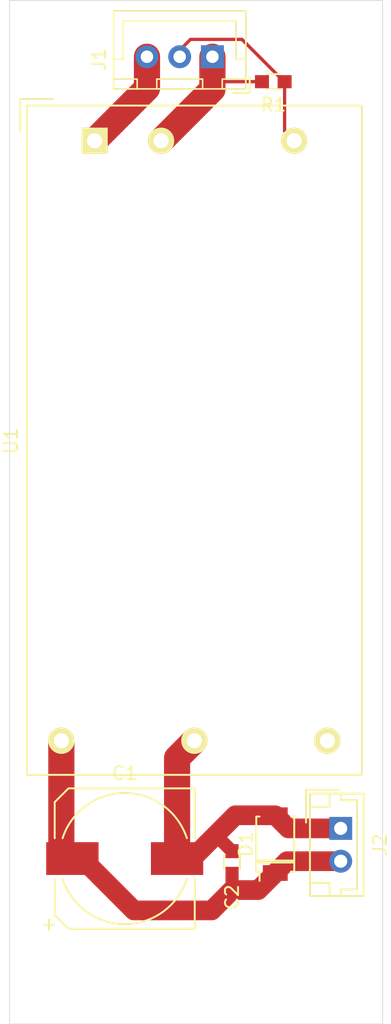
<source format=kicad_pcb>
(kicad_pcb (version 20190331) (host pcbnew "5.1.0-unknown-r15497-3aaba79b")

  (general
    (thickness 1.6)
    (drawings 4)
    (tracks 34)
    (modules 11)
    (nets 7)
  )

  (page "A4")
  (layers
    (0 "F.Cu" signal)
    (31 "B.Cu" signal)
    (32 "B.Adhes" user)
    (33 "F.Adhes" user)
    (34 "B.Paste" user)
    (35 "F.Paste" user)
    (36 "B.SilkS" user)
    (37 "F.SilkS" user)
    (38 "B.Mask" user)
    (39 "F.Mask" user)
    (40 "Dwgs.User" user)
    (41 "Cmts.User" user)
    (42 "Eco1.User" user)
    (43 "Eco2.User" user)
    (44 "Edge.Cuts" user)
    (45 "Margin" user)
    (46 "B.CrtYd" user)
    (47 "F.CrtYd" user)
    (48 "B.Fab" user)
    (49 "F.Fab" user)
  )

  (setup
    (last_trace_width 0.25)
    (user_trace_width 1)
    (user_trace_width 1.5)
    (user_trace_width 2)
    (trace_clearance 0.2)
    (zone_clearance 0.508)
    (zone_45_only no)
    (trace_min 0.2)
    (via_size 0.8)
    (via_drill 0.4)
    (via_min_size 0.4)
    (via_min_drill 0.3)
    (uvia_size 0.3)
    (uvia_drill 0.1)
    (uvias_allowed no)
    (uvia_min_size 0.2)
    (uvia_min_drill 0.1)
    (edge_width 0.05)
    (segment_width 0.2)
    (pcb_text_width 0.3)
    (pcb_text_size 1.5 1.5)
    (mod_edge_width 0.12)
    (mod_text_size 1 1)
    (mod_text_width 0.15)
    (pad_size 1.524 1.524)
    (pad_drill 0.762)
    (pad_to_mask_clearance 0.051)
    (solder_mask_min_width 0.25)
    (aux_axis_origin 0 0)
    (visible_elements FFFFFF7F)
    (pcbplotparams
      (layerselection 0x010fc_ffffffff)
      (usegerberextensions false)
      (usegerberattributes false)
      (usegerberadvancedattributes false)
      (creategerberjobfile false)
      (excludeedgelayer true)
      (linewidth 0.100000)
      (plotframeref false)
      (viasonmask false)
      (mode 1)
      (useauxorigin false)
      (hpglpennumber 1)
      (hpglpenspeed 20)
      (hpglpendiameter 15.000000)
      (psnegative false)
      (psa4output false)
      (plotreference true)
      (plotvalue true)
      (plotinvisibletext false)
      (padsonsilk false)
      (subtractmaskfromsilk false)
      (outputformat 1)
      (mirror false)
      (drillshape 1)
      (scaleselection 1)
      (outputdirectory ""))
  )

  (net 0 "")
  (net 1 "Net-(C1-Pad2)")
  (net 2 "Net-(C1-Pad1)")
  (net 3 "Net-(J1-Pad3)")
  (net 4 "Net-(J1-Pad2)")
  (net 5 "Net-(J1-Pad1)")
  (net 6 "Net-(U1-Pad6)")

  (net_class "Default" "This is the default net class."
    (clearance 0.2)
    (trace_width 0.25)
    (via_dia 0.8)
    (via_drill 0.4)
    (uvia_dia 0.3)
    (uvia_drill 0.1)
    (add_net "Net-(C1-Pad1)")
    (add_net "Net-(C1-Pad2)")
    (add_net "Net-(J1-Pad1)")
    (add_net "Net-(J1-Pad2)")
    (add_net "Net-(J1-Pad3)")
    (add_net "Net-(U1-Pad6)")
  )

  (module "traco_power:TEN_30-xxxx" (layer "F.Cu") (tedit 586680E6) (tstamp 5D0E3EFB)
    (at 90.5 79.2)
    (path "/5D0E4F91")
    (fp_text reference "U1" (at 6.62 22.86 90) (layer "F.Fab")
      (effects (font (size 1 1) (thickness 0.15)))
    )
    (fp_text value "TEN_30-4812WIN" (at 8.62 22.86 90) (layer "F.Fab")
      (effects (font (size 1 1) (thickness 0.15)))
    )
    (fp_line (start -5.08 -2.58) (end 20.32 -2.58) (layer "F.Fab") (width 0.05))
    (fp_line (start 20.32 -2.58) (end 20.32 48.22) (layer "F.Fab") (width 0.05))
    (fp_line (start 20.32 48.22) (end -5.08 48.22) (layer "F.Fab") (width 0.05))
    (fp_line (start -5.08 48.22) (end -5.08 -2.58) (layer "F.Fab") (width 0.05))
    (fp_line (start -5.18 -2.68) (end 20.42 -2.68) (layer "F.SilkS") (width 0.15))
    (fp_line (start 20.42 -2.68) (end 20.42 48.32) (layer "F.SilkS") (width 0.15))
    (fp_line (start 20.42 48.32) (end -5.18 48.32) (layer "F.SilkS") (width 0.15))
    (fp_line (start -5.18 48.32) (end -5.18 -2.68) (layer "F.SilkS") (width 0.15))
    (fp_text user "%R" (at -6.38 22.86 90) (layer "F.SilkS")
      (effects (font (size 1 1) (thickness 0.15)))
    )
    (fp_line (start -3.18 -3.18) (end -5.68 -3.18) (layer "F.Fab") (width 0.05))
    (fp_line (start -5.68 -3.18) (end -5.68 -0.68) (layer "F.Fab") (width 0.05))
    (fp_line (start -3.18 -3.18) (end -5.68 -3.18) (layer "F.SilkS") (width 0.15))
    (fp_line (start -5.68 -3.18) (end -5.68 -0.68) (layer "F.SilkS") (width 0.15))
    (fp_line (start -5.75 -3.25) (end 21 -3.25) (layer "F.CrtYd") (width 0.05))
    (fp_line (start 21 -3.25) (end 21 49) (layer "F.CrtYd") (width 0.05))
    (fp_line (start 21 49) (end -5.75 49) (layer "F.CrtYd") (width 0.05))
    (fp_line (start -5.75 49) (end -5.75 -3.25) (layer "F.CrtYd") (width 0.05))
    (pad "6" thru_hole circle (at 17.78 45.72) (size 2 2) (drill 1.15) (layers *.Cu *.Mask "F.SilkS")
      (net 6 "Net-(U1-Pad6)"))
    (pad "5" thru_hole circle (at 7.62 45.72) (size 2 2) (drill 1.15) (layers *.Cu *.Mask "F.SilkS")
      (net 1 "Net-(C1-Pad2)"))
    (pad "4" thru_hole circle (at -2.54 45.72) (size 2 2) (drill 1.15) (layers *.Cu *.Mask "F.SilkS")
      (net 2 "Net-(C1-Pad1)"))
    (pad "3" thru_hole circle (at 15.24 0) (size 2 2) (drill 1.15) (layers *.Cu *.Mask "F.SilkS")
      (net 4 "Net-(J1-Pad2)"))
    (pad "2" thru_hole circle (at 5.08 0) (size 2 2) (drill 1.15) (layers *.Cu *.Mask "F.SilkS")
      (net 5 "Net-(J1-Pad1)"))
    (pad "1" thru_hole rect (at 0 0) (size 2 2) (drill 1.15) (layers *.Cu *.Mask "F.SilkS")
      (net 3 "Net-(J1-Pad3)"))
    (model "${KISYS3DMOD}/traco_power.3dshapes/TEN_30-xxxx.wrl"
      (at (xyz 0 0 0))
      (scale (xyz 1 1 1))
      (rotate (xyz 0 0 0))
    )
  )

  (module "MountingHole:MountingHole_3.2mm_M3" locked (layer "F.Cu") (tedit 56D1B4CB) (tstamp 5D0E99DE)
    (at 87.5 143)
    (descr "Mounting Hole 3.2mm, no annular, M3")
    (tags "mounting hole 3.2mm no annular m3")
    (attr virtual)
    (fp_text reference "REF**" (at 0 -4.2) (layer "F.SilkS") hide
      (effects (font (size 1 1) (thickness 0.15)))
    )
    (fp_text value "MountingHole_3.2mm_M3" (at 0 4.2) (layer "F.Fab") hide
      (effects (font (size 1 1) (thickness 0.15)))
    )
    (fp_circle (center 0 0) (end 3.45 0) (layer "F.CrtYd") (width 0.05))
    (fp_circle (center 0 0) (end 3.2 0) (layer "Cmts.User") (width 0.15))
    (fp_text user "%R" (at 0.3 0) (layer "F.Fab")
      (effects (font (size 1 1) (thickness 0.15)))
    )
    (pad "1" np_thru_hole circle (at 0 0) (size 3.2 3.2) (drill 3.2) (layers *.Cu *.Mask))
  )

  (module "MountingHole:MountingHole_3.2mm_M3" locked (layer "F.Cu") (tedit 56D1B4CB) (tstamp 5D0E96D1)
    (at 109 143)
    (descr "Mounting Hole 3.2mm, no annular, M3")
    (tags "mounting hole 3.2mm no annular m3")
    (attr virtual)
    (fp_text reference "REF**" (at 0 -4.2) (layer "F.SilkS") hide
      (effects (font (size 1 1) (thickness 0.15)))
    )
    (fp_text value "MountingHole_3.2mm_M3" (at 0 4.2) (layer "F.Fab") hide
      (effects (font (size 1 1) (thickness 0.15)))
    )
    (fp_text user "%R" (at 0.3 0) (layer "F.Fab")
      (effects (font (size 1 1) (thickness 0.15)))
    )
    (fp_circle (center 0 0) (end 3.2 0) (layer "Cmts.User") (width 0.15))
    (fp_circle (center 0 0) (end 3.45 0) (layer "F.CrtYd") (width 0.05))
    (pad "1" np_thru_hole circle (at 0 0) (size 3.2 3.2) (drill 3.2) (layers *.Cu *.Mask))
  )

  (module "MountingHole:MountingHole_3.2mm_M3" locked (layer "F.Cu") (tedit 56D1B4CB) (tstamp 5D0E969C)
    (at 88 72)
    (descr "Mounting Hole 3.2mm, no annular, M3")
    (tags "mounting hole 3.2mm no annular m3")
    (attr virtual)
    (fp_text reference "REF**" (at 0 -4.2) (layer "F.SilkS") hide
      (effects (font (size 1 1) (thickness 0.15)))
    )
    (fp_text value "MountingHole_3.2mm_M3" (at 0 4.2) (layer "F.Fab") hide
      (effects (font (size 1 1) (thickness 0.15)))
    )
    (fp_text user "%R" (at 0.3 0) (layer "F.Fab")
      (effects (font (size 1 1) (thickness 0.15)))
    )
    (fp_circle (center 0 0) (end 3.2 0) (layer "Cmts.User") (width 0.15))
    (fp_circle (center 0 0) (end 3.45 0) (layer "F.CrtYd") (width 0.05))
    (pad "1" np_thru_hole circle (at 0 0) (size 3.2 3.2) (drill 3.2) (layers *.Cu *.Mask))
  )

  (module "MountingHole:MountingHole_3.2mm_M3" locked (layer "F.Cu") (tedit 56D1B4CB) (tstamp 5D0E9693)
    (at 109 72)
    (descr "Mounting Hole 3.2mm, no annular, M3")
    (tags "mounting hole 3.2mm no annular m3")
    (attr virtual)
    (fp_text reference "REF**" (at 0 -4.2) (layer "F.SilkS") hide
      (effects (font (size 1 1) (thickness 0.15)))
    )
    (fp_text value "MountingHole_3.2mm_M3" (at 0 4.2) (layer "F.Fab") hide
      (effects (font (size 1 1) (thickness 0.15)))
    )
    (fp_circle (center 0 0) (end 3.45 0) (layer "F.CrtYd") (width 0.05))
    (fp_circle (center 0 0) (end 3.2 0) (layer "Cmts.User") (width 0.15))
    (fp_text user "%R" (at 0.3 0) (layer "F.Fab")
      (effects (font (size 1 1) (thickness 0.15)))
    )
    (pad "1" np_thru_hole circle (at 0 0) (size 3.2 3.2) (drill 3.2) (layers *.Cu *.Mask))
  )

  (module "tera_rlc:R_0603in" (layer "F.Cu") (tedit 57D01065) (tstamp 5D0E3EE0)
    (at 104.15 74.7 180)
    (descr "Resistor SMD 0603")
    (tags "resistor 0603")
    (path "/5D0E70E0")
    (attr smd)
    (fp_text reference "R1" (at 0 0) (layer "F.Fab")
      (effects (font (size 0.6 0.6) (thickness 0.1)))
    )
    (fp_text value "10k" (at 0 1.5) (layer "F.Fab")
      (effects (font (size 0.6 0.6) (thickness 0.1)))
    )
    (fp_line (start -0.5 -0.575) (end 0.5 -0.575) (layer "F.SilkS") (width 0.15))
    (fp_line (start 0.5 0.575) (end -0.5 0.575) (layer "F.SilkS") (width 0.15))
    (fp_line (start 1.5 -1) (end 1.5 1) (layer "F.CrtYd") (width 0.05))
    (fp_line (start -1.5 -1) (end -1.5 1) (layer "F.CrtYd") (width 0.05))
    (fp_line (start -1.5 1) (end 1.5 1) (layer "F.CrtYd") (width 0.05))
    (fp_line (start -1.5 -1) (end 1.5 -1) (layer "F.CrtYd") (width 0.05))
    (fp_line (start -0.85 -0.475) (end 0.85 -0.475) (layer "F.Fab") (width 0.05))
    (fp_line (start 0.85 -0.475) (end 0.85 0.475) (layer "F.Fab") (width 0.05))
    (fp_line (start 0.85 0.475) (end -0.85 0.475) (layer "F.Fab") (width 0.05))
    (fp_line (start -0.85 0.475) (end -0.85 -0.475) (layer "F.Fab") (width 0.05))
    (fp_text user "%R" (at 0 -1.75) (layer "F.SilkS")
      (effects (font (size 1 1) (thickness 0.15)))
    )
    (pad "2" smd rect (at 0.865 0 180) (size 1.07 1) (layers "F.Cu" "F.Paste" "F.Mask")
      (net 5 "Net-(J1-Pad1)"))
    (pad "1" smd rect (at -0.865 0 180) (size 1.07 1) (layers "F.Cu" "F.Paste" "F.Mask")
      (net 4 "Net-(J1-Pad2)"))
    (model "tera_rlc.3dshapes/R_0603in.wrl"
      (at (xyz 0 0 0))
      (scale (xyz 1 1 1))
      (rotate (xyz 0 0 0))
    )
  )

  (module "tera_Connectors_JST:JST_EH_B02B-EH-A_02x2.50mm_Straight" (layer "F.Cu") (tedit 592DB415) (tstamp 5D0E3ECF)
    (at 109.3 131.6 270)
    (descr "JST EH series connector, B02B-EH-A, 2.50mm pitch, top entry")
    (tags "connector jst eh top vertical straight")
    (path "/5D0E83DB")
    (fp_text reference "J2" (at 1.25 -0.5 90) (layer "F.Fab")
      (effects (font (size 1 1) (thickness 0.15)))
    )
    (fp_text value "Conn_01x02" (at 1.25 1.5 90) (layer "F.Fab")
      (effects (font (size 0.6 0.6) (thickness 0.1)))
    )
    (fp_line (start 5.65 -2.25) (end -3.15 -2.25) (layer "F.CrtYd") (width 0.05))
    (fp_line (start 5.65 2.85) (end 5.65 -2.25) (layer "F.CrtYd") (width 0.05))
    (fp_line (start -3.15 2.85) (end 5.65 2.85) (layer "F.CrtYd") (width 0.05))
    (fp_line (start -3.15 -2.25) (end -3.15 2.85) (layer "F.CrtYd") (width 0.05))
    (fp_line (start -2.95 2.65) (end -0.45 2.65) (layer "F.Fab") (width 0.05))
    (fp_line (start -2.95 0.15) (end -2.95 2.65) (layer "F.Fab") (width 0.05))
    (fp_line (start -2.95 2.65) (end -0.45 2.65) (layer "F.SilkS") (width 0.15))
    (fp_line (start -2.95 0.15) (end -2.95 2.65) (layer "F.SilkS") (width 0.15))
    (fp_line (start 4.15 0.85) (end 4.15 2.35) (layer "F.SilkS") (width 0.15))
    (fp_line (start 5.15 0.85) (end 4.15 0.85) (layer "F.SilkS") (width 0.15))
    (fp_line (start -1.65 0.85) (end -1.65 2.35) (layer "F.SilkS") (width 0.15))
    (fp_line (start -2.65 0.85) (end -1.65 0.85) (layer "F.SilkS") (width 0.15))
    (fp_line (start 4.65 0) (end 5.15 0) (layer "F.SilkS") (width 0.15))
    (fp_line (start 4.65 -1.25) (end 4.65 0) (layer "F.SilkS") (width 0.15))
    (fp_line (start -2.15 -1.25) (end 4.65 -1.25) (layer "F.SilkS") (width 0.15))
    (fp_line (start -2.15 0) (end -2.15 -1.25) (layer "F.SilkS") (width 0.15))
    (fp_line (start -2.65 0) (end -2.15 0) (layer "F.SilkS") (width 0.15))
    (fp_line (start 5.15 -1.75) (end -2.65 -1.75) (layer "F.SilkS") (width 0.15))
    (fp_line (start 5.15 2.35) (end 5.15 -1.75) (layer "F.SilkS") (width 0.15))
    (fp_line (start -2.65 2.35) (end 5.15 2.35) (layer "F.SilkS") (width 0.15))
    (fp_line (start -2.65 -1.75) (end -2.65 2.35) (layer "F.SilkS") (width 0.15))
    (fp_line (start 5 -1.6) (end -2.5 -1.6) (layer "F.Fab") (width 0.05))
    (fp_line (start 5 2.2) (end 5 -1.6) (layer "F.Fab") (width 0.05))
    (fp_line (start -2.5 2.2) (end 5 2.2) (layer "F.Fab") (width 0.05))
    (fp_line (start -2.5 -1.6) (end -2.5 2.2) (layer "F.Fab") (width 0.05))
    (fp_text user "%R" (at 1.25 -3 90) (layer "F.SilkS")
      (effects (font (size 1 1) (thickness 0.15)))
    )
    (pad "2" thru_hole circle (at 2.5 0 270) (size 1.75 1.75) (drill 1) (layers *.Cu *.Mask)
      (net 2 "Net-(C1-Pad1)"))
    (pad "1" thru_hole rect (at 0 0 270) (size 1.75 1.75) (drill 1) (layers *.Cu *.Mask)
      (net 1 "Net-(C1-Pad2)"))
    (model "${KISYS3DMOD}/tera_Connectors_JST.3dshapes/JST_EH_B02B-EH-A_02x2.50mm_Straight.wrl"
      (at (xyz 0 0 0))
      (scale (xyz 1 1 1))
      (rotate (xyz 0 0 0))
    )
  )

  (module "tera_Connectors_JST:JST_XH_B03B-XH-A_03x2.50mm_Straight" (layer "F.Cu") (tedit 592DB4DB) (tstamp 5D0E3EAF)
    (at 99.5 72.8 180)
    (descr "JST XH series connector, B03B-XH-A, top entry type, through hole")
    (tags "connector jst xh tht top vertical 2.50mm")
    (path "/5D0E5D1E")
    (fp_text reference "J1" (at 2.5 -1.5) (layer "F.Fab")
      (effects (font (size 1 1) (thickness 0.15)))
    )
    (fp_text value "Conn_01x03" (at 2.5 2) (layer "F.Fab")
      (effects (font (size 0.6 0.6) (thickness 0.1)))
    )
    (fp_text user "%R" (at 8.65 -0.2 90) (layer "F.SilkS")
      (effects (font (size 1 1) (thickness 0.15)))
    )
    (fp_line (start -2.85 -2.75) (end -2.85 -1.5) (layer "F.SilkS") (width 0.15))
    (fp_line (start -1.6 -2.75) (end -2.85 -2.75) (layer "F.SilkS") (width 0.15))
    (fp_line (start 6.8 2.75) (end 2.5 2.75) (layer "F.SilkS") (width 0.12))
    (fp_line (start 6.8 -0.2) (end 6.8 2.75) (layer "F.SilkS") (width 0.12))
    (fp_line (start 7.55 -0.2) (end 6.8 -0.2) (layer "F.SilkS") (width 0.12))
    (fp_line (start -1.8 2.75) (end 2.5 2.75) (layer "F.SilkS") (width 0.12))
    (fp_line (start -1.8 -0.2) (end -1.8 2.75) (layer "F.SilkS") (width 0.12))
    (fp_line (start -2.55 -0.2) (end -1.8 -0.2) (layer "F.SilkS") (width 0.12))
    (fp_line (start 7.55 -2.45) (end 5.75 -2.45) (layer "F.SilkS") (width 0.12))
    (fp_line (start 7.55 -1.7) (end 7.55 -2.45) (layer "F.SilkS") (width 0.12))
    (fp_line (start 5.75 -1.7) (end 7.55 -1.7) (layer "F.SilkS") (width 0.12))
    (fp_line (start 5.75 -2.45) (end 5.75 -1.7) (layer "F.SilkS") (width 0.12))
    (fp_line (start -0.75 -2.45) (end -2.55 -2.45) (layer "F.SilkS") (width 0.12))
    (fp_line (start -0.75 -1.7) (end -0.75 -2.45) (layer "F.SilkS") (width 0.12))
    (fp_line (start -2.55 -1.7) (end -0.75 -1.7) (layer "F.SilkS") (width 0.12))
    (fp_line (start -2.55 -2.45) (end -2.55 -1.7) (layer "F.SilkS") (width 0.12))
    (fp_line (start 4.25 -2.45) (end 0.75 -2.45) (layer "F.SilkS") (width 0.12))
    (fp_line (start 4.25 -1.7) (end 4.25 -2.45) (layer "F.SilkS") (width 0.12))
    (fp_line (start 0.75 -1.7) (end 4.25 -1.7) (layer "F.SilkS") (width 0.12))
    (fp_line (start 0.75 -2.45) (end 0.75 -1.7) (layer "F.SilkS") (width 0.12))
    (fp_line (start 0 -1.35) (end 0.625 -2.35) (layer "F.Fab") (width 0.05))
    (fp_line (start -0.625 -2.35) (end 0 -1.35) (layer "F.Fab") (width 0.05))
    (fp_line (start 7.55 -2.45) (end -2.55 -2.45) (layer "F.SilkS") (width 0.12))
    (fp_line (start 7.55 3.5) (end 7.55 -2.45) (layer "F.SilkS") (width 0.12))
    (fp_line (start -2.55 3.5) (end 7.55 3.5) (layer "F.SilkS") (width 0.12))
    (fp_line (start -2.55 -2.45) (end -2.55 3.5) (layer "F.SilkS") (width 0.12))
    (fp_line (start 7.95 -2.85) (end -2.95 -2.85) (layer "F.CrtYd") (width 0.05))
    (fp_line (start 7.95 3.9) (end 7.95 -2.85) (layer "F.CrtYd") (width 0.05))
    (fp_line (start -2.95 3.9) (end 7.95 3.9) (layer "F.CrtYd") (width 0.05))
    (fp_line (start -2.95 -2.85) (end -2.95 3.9) (layer "F.CrtYd") (width 0.05))
    (fp_line (start 7.45 -2.35) (end -2.45 -2.35) (layer "F.Fab") (width 0.05))
    (fp_line (start 7.45 3.4) (end 7.45 -2.35) (layer "F.Fab") (width 0.05))
    (fp_line (start -2.45 3.4) (end 7.45 3.4) (layer "F.Fab") (width 0.05))
    (fp_line (start -2.45 -2.35) (end -2.45 3.4) (layer "F.Fab") (width 0.05))
    (pad "3" thru_hole circle (at 5 0 180) (size 1.75 1.75) (drill 0.95) (layers *.Cu *.Mask)
      (net 3 "Net-(J1-Pad3)"))
    (pad "2" thru_hole circle (at 2.5 0 180) (size 1.75 1.75) (drill 0.95) (layers *.Cu *.Mask)
      (net 4 "Net-(J1-Pad2)"))
    (pad "1" thru_hole rect (at 0 0 180) (size 1.75 1.75) (drill 0.95) (layers *.Cu *.Mask)
      (net 5 "Net-(J1-Pad1)"))
    (model "${KISYS3DMOD}/tera_Connectors_JST.3dshapes/JST_XH_B03B-XH-A_03x2.50mm_Straight.wrl"
      (at (xyz 0 0 0))
      (scale (xyz 1 1 1))
      (rotate (xyz 0 0 0))
    )
  )

  (module "tera_diodes:SOD128" (layer "F.Cu") (tedit 57ED40D7) (tstamp 5D0E3E85)
    (at 104.3 132.8 90)
    (path "/5D0EB86F")
    (fp_text reference "D1" (at 0.25 0 90) (layer "F.Fab")
      (effects (font (size 0.8 0.8) (thickness 0.13)))
    )
    (fp_text value "14V" (at 0 2.25 90) (layer "F.Fab")
      (effects (font (size 1 1) (thickness 0.15)))
    )
    (fp_line (start -1.4 -1.45) (end -1.4 1.45) (layer "F.SilkS") (width 0.15))
    (fp_line (start -2.8 -1.2) (end -2.1 -1.2) (layer "F.SilkS") (width 0.15))
    (fp_line (start -2 -1.35) (end 2 -1.35) (layer "F.Fab") (width 0.05))
    (fp_line (start 2 -1.35) (end 2 1.35) (layer "F.Fab") (width 0.05))
    (fp_line (start 2 1.35) (end -2 1.35) (layer "F.Fab") (width 0.05))
    (fp_line (start -2 1.35) (end -2 -1.35) (layer "F.Fab") (width 0.05))
    (fp_line (start -1.35 -1.35) (end -1.35 1.35) (layer "F.Fab") (width 0.05))
    (fp_line (start -2.1 -1.45) (end 2.1 -1.45) (layer "F.SilkS") (width 0.15))
    (fp_line (start 2.1 -1.45) (end 2.1 -1.2) (layer "F.SilkS") (width 0.15))
    (fp_line (start 2.1 1.2) (end 2.1 1.45) (layer "F.SilkS") (width 0.15))
    (fp_line (start 2.1 1.45) (end -2.1 1.45) (layer "F.SilkS") (width 0.15))
    (fp_line (start -2.1 1.45) (end -2.1 1.2) (layer "F.SilkS") (width 0.15))
    (fp_line (start -2.1 -1.2) (end -2.1 -1.45) (layer "F.SilkS") (width 0.15))
    (fp_line (start -1.25 -1.45) (end -1.25 1.45) (layer "F.SilkS") (width 0.15))
    (fp_line (start -3 -1.75) (end 3 -1.75) (layer "F.CrtYd") (width 0.05))
    (fp_line (start 3 -1.75) (end 3 1.75) (layer "F.CrtYd") (width 0.05))
    (fp_line (start 3 1.75) (end -3 1.75) (layer "F.CrtYd") (width 0.05))
    (fp_line (start -3 1.75) (end -3 -1.75) (layer "F.CrtYd") (width 0.05))
    (fp_text user "%R" (at 0 -2.25 90) (layer "F.SilkS")
      (effects (font (size 1 1) (thickness 0.15)))
    )
    (pad "2" smd rect (at 2.2 0 90) (size 1.2 1.9) (layers "F.Cu" "F.Paste" "F.Mask")
      (net 1 "Net-(C1-Pad2)"))
    (pad "1" smd rect (at -2.2 0 90) (size 1.2 1.9) (layers "F.Cu" "F.Paste" "F.Mask")
      (net 2 "Net-(C1-Pad1)"))
  )

  (module "tera_rlc:C_0603in" (layer "F.Cu") (tedit 57D0104E) (tstamp 5D0E4045)
    (at 101 134.2 90)
    (descr "Capacitor SMD 0603")
    (tags "capacitor 0603")
    (path "/5D0EC9ED")
    (attr smd)
    (fp_text reference "C2" (at 0 0 90) (layer "F.Fab")
      (effects (font (size 0.6 0.6) (thickness 0.1)))
    )
    (fp_text value "100n" (at 0 1.5 90) (layer "F.Fab")
      (effects (font (size 0.6 0.6) (thickness 0.1)))
    )
    (fp_line (start -0.5 -0.6) (end 0.5 -0.6) (layer "F.SilkS") (width 0.15))
    (fp_line (start 0.5 0.6) (end -0.5 0.6) (layer "F.SilkS") (width 0.15))
    (fp_line (start 1.5 -1) (end 1.5 1) (layer "F.CrtYd") (width 0.05))
    (fp_line (start -1.5 -1) (end -1.5 1) (layer "F.CrtYd") (width 0.05))
    (fp_line (start -1.5 1) (end 1.5 1) (layer "F.CrtYd") (width 0.05))
    (fp_line (start -1.5 -1) (end 1.5 -1) (layer "F.CrtYd") (width 0.05))
    (fp_line (start -1.025 -0.5) (end 1.025 -0.5) (layer "F.Fab") (width 0.05))
    (fp_line (start 1.025 -0.5) (end 1.025 0.5) (layer "F.Fab") (width 0.05))
    (fp_line (start 1.025 0.5) (end -1.025 0.5) (layer "F.Fab") (width 0.05))
    (fp_line (start -1.025 0.5) (end -1.025 -0.5) (layer "F.Fab") (width 0.05))
    (fp_text user "%R" (at -2.65 0 90) (layer "F.SilkS")
      (effects (font (size 1 1) (thickness 0.15)))
    )
    (pad "2" smd rect (at 0.865 0 90) (size 1.07 1) (layers "F.Cu" "F.Paste" "F.Mask")
      (net 1 "Net-(C1-Pad2)"))
    (pad "1" smd rect (at -0.865 0 90) (size 1.07 1) (layers "F.Cu" "F.Paste" "F.Mask")
      (net 2 "Net-(C1-Pad1)"))
    (model "tera_rlc.3dshapes/C_0603in.wrl"
      (at (xyz 0 0 0))
      (scale (xyz 1 1 1))
      (rotate (xyz 0 0 0))
    )
  )

  (module "tera_rlc:c_elec_10x10mm" (layer "F.Cu") (tedit 5869A520) (tstamp 5D0E3E5B)
    (at 92.8 133.9)
    (descr "SMT capacitor, aluminium electrolytic, 10x10")
    (path "/5D0EF16E")
    (attr smd)
    (fp_text reference "C1" (at 0 -4) (layer "F.Fab")
      (effects (font (size 1 1) (thickness 0.15)))
    )
    (fp_text value "220u 63V" (at 0 4) (layer "F.Fab")
      (effects (font (size 1 1) (thickness 0.15)))
    )
    (fp_line (start -4.3 -5.35) (end 5.35 -5.35) (layer "F.SilkS") (width 0.15))
    (fp_line (start -5.35 -4.3) (end -4.3 -5.35) (layer "F.SilkS") (width 0.15))
    (fp_line (start -4.3 5.35) (end -5.35 4.3) (layer "F.SilkS") (width 0.15))
    (fp_line (start 5.35 5.35) (end -4.3 5.35) (layer "F.SilkS") (width 0.15))
    (fp_line (start 6.35 5.6) (end 6.35 -5.6) (layer "F.CrtYd") (width 0.05))
    (fp_line (start -6.35 5.6) (end 6.35 5.6) (layer "F.CrtYd") (width 0.05))
    (fp_line (start -6.35 -5.6) (end -6.35 5.6) (layer "F.CrtYd") (width 0.05))
    (fp_line (start 6.35 -5.6) (end -6.35 -5.6) (layer "F.CrtYd") (width 0.05))
    (fp_text user "+" (at -5.7785 4.9657) (layer "F.SilkS")
      (effects (font (size 1 1) (thickness 0.15)))
    )
    (fp_text user "+" (at -2.9083 -0.0762) (layer "F.Fab")
      (effects (font (size 1 1) (thickness 0.15)))
    )
    (fp_line (start 5.25 -5.25) (end -4.25 -5.25) (layer "F.Fab") (width 0.05))
    (fp_line (start -4.25 -5.25) (end -5.25 -4.25) (layer "F.Fab") (width 0.05))
    (fp_line (start -5.25 -4.25) (end -5.25 4.25) (layer "F.Fab") (width 0.05))
    (fp_line (start -5.25 4.25) (end -4.25 5.25) (layer "F.Fab") (width 0.05))
    (fp_line (start -4.25 5.25) (end 5.25 5.25) (layer "F.Fab") (width 0.05))
    (fp_line (start 5.25 5.25) (end 5.25 -5.25) (layer "F.Fab") (width 0.05))
    (fp_arc (start 0 0) (end -4.75 -1.55) (angle 143.855363) (layer "F.SilkS") (width 0.15))
    (fp_arc (start 0 0) (end 4.75 1.55) (angle 144.0315458) (layer "F.SilkS") (width 0.15))
    (fp_line (start 5.35 -5.35) (end 5.35 -1.5621) (layer "F.SilkS") (width 0.15))
    (fp_line (start 5.35 5.35) (end 5.35 1.55) (layer "F.SilkS") (width 0.15))
    (fp_line (start -5.35 4.3) (end -5.35 1.5621) (layer "F.SilkS") (width 0.15))
    (fp_line (start -5.35 -4.3) (end -5.35 -1.55) (layer "F.SilkS") (width 0.15))
    (fp_text user "%R" (at 0 -6.5) (layer "F.SilkS")
      (effects (font (size 1 1) (thickness 0.15)))
    )
    (pad "2" smd rect (at 4 0 180) (size 4 2.5) (layers "F.Cu" "F.Paste" "F.Mask")
      (net 1 "Net-(C1-Pad2)"))
    (pad "1" smd rect (at -4 0 180) (size 4 2.5) (layers "F.Cu" "F.Paste" "F.Mask")
      (net 2 "Net-(C1-Pad1)"))
    (model "${KISYS3DMOD}/tera_rlc.3dshapes/c_elec_10x10mm.wrl"
      (at (xyz 0 0 0))
      (scale (xyz 1 1 1))
      (rotate (xyz 0 0 0))
    )
  )

  (gr_line (start 84 68.5) (end 84 146.5) (layer "Edge.Cuts") (width 0.05) (tstamp 5D0E9B10))
  (gr_line (start 112.5 68.5) (end 84 68.5) (layer "Edge.Cuts") (width 0.05))
  (gr_line (start 112.5 146.5) (end 112.5 68.5) (layer "Edge.Cuts") (width 0.05))
  (gr_line (start 84 146.5) (end 112.5 146.5) (layer "Edge.Cuts") (width 0.05))

  (segment (start 96.8 126.24) (end 96.8 133.9) (width 2) (layer "F.Cu") (net 1))
  (segment (start 98.12 124.92) (end 96.8 126.24) (width 2) (layer "F.Cu") (net 1))
  (segment (start 105.3 131.6) (end 104.3 130.6) (width 1.5) (layer "F.Cu") (net 1))
  (segment (start 109.3 131.6) (end 105.3 131.6) (width 1.5) (layer "F.Cu") (net 1))
  (segment (start 96.8 133.9) (end 97.95 133.9) (width 1.5) (layer "F.Cu") (net 1))
  (segment (start 101.25 130.6) (end 104.3 130.6) (width 1.5) (layer "F.Cu") (net 1))
  (segment (start 100.985 133.335) (end 99.75 132.1) (width 1) (layer "F.Cu") (net 1))
  (segment (start 101 133.335) (end 100.985 133.335) (width 1) (layer "F.Cu") (net 1))
  (segment (start 97.95 133.9) (end 99.75 132.1) (width 1.5) (layer "F.Cu") (net 1))
  (segment (start 99.75 132.1) (end 101.25 130.6) (width 1.5) (layer "F.Cu") (net 1))
  (segment (start 87.96 133.06) (end 88.8 133.9) (width 2) (layer "F.Cu") (net 2))
  (segment (start 87.96 124.92) (end 87.96 133.06) (width 2) (layer "F.Cu") (net 2))
  (segment (start 93.5 137.85) (end 89.55 133.9) (width 1.5) (layer "F.Cu") (net 2))
  (segment (start 89.55 133.9) (end 88.8 133.9) (width 1.5) (layer "F.Cu") (net 2))
  (segment (start 99.45 137.85) (end 93.5 137.85) (width 1.5) (layer "F.Cu") (net 2))
  (segment (start 101 135.065) (end 101 136.3) (width 1) (layer "F.Cu") (net 2))
  (segment (start 101 136.3) (end 99.45 137.85) (width 1.5) (layer "F.Cu") (net 2))
  (segment (start 105.2 134.1) (end 104.3 135) (width 1.5) (layer "F.Cu") (net 2))
  (segment (start 109.3 134.1) (end 105.2 134.1) (width 1.5) (layer "F.Cu") (net 2))
  (segment (start 103 136.3) (end 104.3 135) (width 1.5) (layer "F.Cu") (net 2))
  (segment (start 101 136.3) (end 103 136.3) (width 1.5) (layer "F.Cu") (net 2))
  (segment (start 94.5 75.2) (end 90.5 79.2) (width 2) (layer "F.Cu") (net 3))
  (segment (start 94.5 72.8) (end 94.5 75.2) (width 2) (layer "F.Cu") (net 3))
  (segment (start 105.015 78.475) (end 105.74 79.2) (width 0.25) (layer "F.Cu") (net 4))
  (segment (start 105.015 74.7) (end 105.015 78.475) (width 0.25) (layer "F.Cu") (net 4))
  (segment (start 97 72.3) (end 97 72.8) (width 0.25) (layer "F.Cu") (net 4))
  (segment (start 97.82501 71.47499) (end 97 72.3) (width 0.25) (layer "F.Cu") (net 4))
  (segment (start 101.75499 71.47499) (end 97.82501 71.47499) (width 0.25) (layer "F.Cu") (net 4))
  (segment (start 105.015 74.7) (end 104.98 74.7) (width 0.25) (layer "F.Cu") (net 4))
  (segment (start 104.98 74.7) (end 101.75499 71.47499) (width 0.25) (layer "F.Cu") (net 4))
  (segment (start 99.5 75.28) (end 95.58 79.2) (width 2) (layer "F.Cu") (net 5))
  (segment (start 99.5 72.8) (end 99.5 75.28) (width 2) (layer "F.Cu") (net 5))
  (segment (start 100.08 74.7) (end 99.5 75.28) (width 0.25) (layer "F.Cu") (net 5))
  (segment (start 103.285 74.7) (end 100.08 74.7) (width 0.25) (layer "F.Cu") (net 5))

)

</source>
